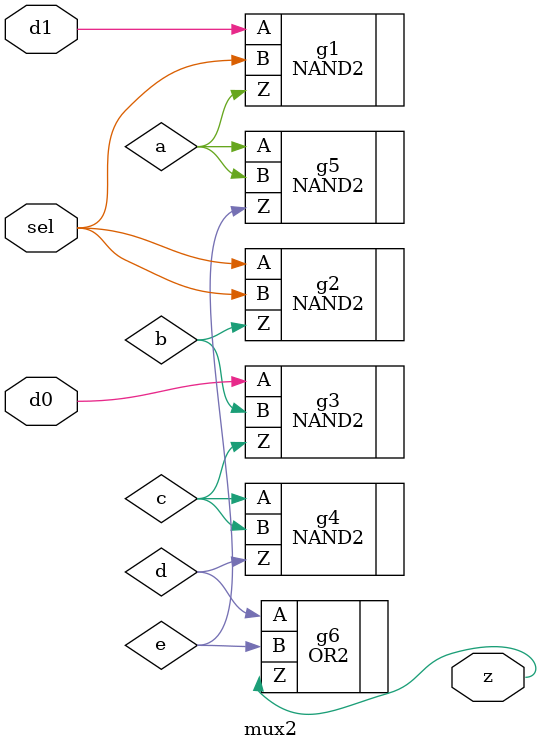
<source format=sv>
module mux2 (
    input logic d0,          // Data input 0
    input logic d1,          // Data input 1
    input logic sel,         // Select input
    output logic z           // Output
);

logic a;
logic b;
logic c;
logic d;
logic e;
logic f;
logic g;

NAND2 #(.Tpdlh(4),.Tpdhl(4)) g1 (.A(d1),.B(sel),.Z(a));
NAND2 #(.Tpdlh(4),.Tpdhl(4)) g2 (.A(sel),.B(sel),.Z(b));
NAND2 #(.Tpdlh(4),.Tpdhl(4)) g3 (.A(d0),.B(b),.Z(c));

NAND2 #(.Tpdlh(4),.Tpdhl(4)) g4 (.A(c),.B(c),.Z(d));
NAND2 #(.Tpdlh(4),.Tpdhl(4)) g5 (.A(a),.B(a),.Z(e));

OR2 #(.Tpdlh(6),.Tpdhl(6)) g6 (.A(d),.B(e),.Z(z));

// End of your code

endmodule

</source>
